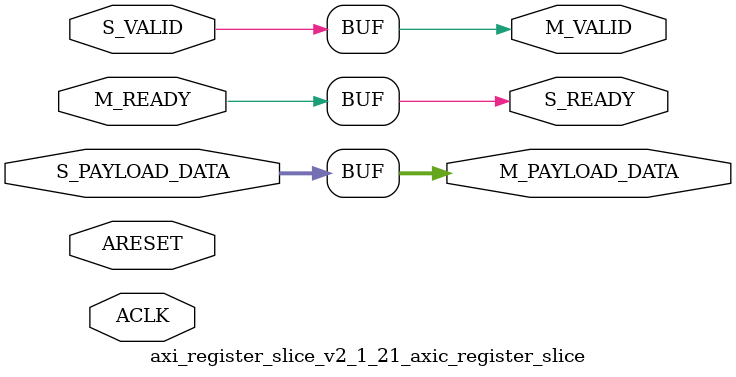
<source format=v>

/*
* @File name: axi_register_slice_v2_1_21_axic_register_slice
* @Author: Ruige Lee
* @Email: wut.ruigeli@gmail.com
* @Date:   2021-03-09 10:54:17
* @Last Modified by:   Ruige Lee
* @Last Modified time: 2021-03-09 10:57:05
*/



`timescale 1ps/1ps

module axi_register_slice_v2_1_21_axic_register_slice #
  (
   parameter C_FAMILY     = "virtex6",
   parameter C_DATA_WIDTH = 32,
   parameter C_REG_CONFIG = 32'h00000000
   // C_REG_CONFIG:
   //   0 => BYPASS    = The channel is just wired through the module.
   //   1 => FWD_REV   = Both FWD and REV (fully-registered)
   //   2 => FWD       = The master VALID and payload signals are registrated. 
   //   3 => REV       = The slave ready signal is registrated
   //   4 => RESERVED (all outputs driven to 0).
   //   5 => RESERVED (all outputs driven to 0).
   //   6 => INPUTS    = Slave and Master side inputs are registrated.
   //   7 => LIGHT_WT  = 1-stage pipeline register with bubble cycle, both FWD and REV pipelining
   //   9 => SI/MI_REG = Source side completely registered (including S_VALID input)
   )
  (
   // System Signals
   input wire ACLK,
   input wire ARESET,

   // Slave side
   input  wire [C_DATA_WIDTH-1:0] S_PAYLOAD_DATA,
   input  wire S_VALID,
   output wire S_READY,

   // Master side
   output  wire [C_DATA_WIDTH-1:0] M_PAYLOAD_DATA,
   output wire M_VALID,
   input  wire M_READY
   );


  generate
  ////////////////////////////////////////////////////////////////////
  //
  // C_REG_CONFIG = 0
  // Bypass mode
  //
  ////////////////////////////////////////////////////////////////////
    if (C_REG_CONFIG == 32'h00000000) begin
      assign M_PAYLOAD_DATA = S_PAYLOAD_DATA;
      assign M_VALID        = S_VALID;
      assign S_READY        = M_READY;      
    end
    
  ////////////////////////////////////////////////////////////////////
  //
  // C_REG_CONFIG = 9
  // Source (SI) interface completely registered
  //
  ////////////////////////////////////////////////////////////////////
      
    else if (C_REG_CONFIG == 32'h00000009) begin
      reg [C_DATA_WIDTH-1:0] s_payload_d;
      wire [C_DATA_WIDTH-1:0] srl_out;
      reg s_ready_i = 1'b0;
      reg m_valid_i = 1'b0;
      reg payld_sel;
      reg push;
      reg pop;
      wire s_handshake_d;
      reg s_valid_d;
      reg s_ready_d = 1'b0;
      reg s_ready_reg = 1'b0;
      reg [2:0] fifoaddr = 3'b110;
      
      reg areset_d = 1'b0;
      always @(posedge ACLK) begin
        areset_d <= ARESET;
      end
      
      assign s_handshake_d = s_valid_d & s_ready_d;

      always @ * begin
        case (fifoaddr)
          3'b111: begin  // EMPTY: No payload in SRL; pre-assert m_ready
            s_ready_i = 1'b1;
            payld_sel = 1'b0;
            pop = 1'b0;
            case ({s_handshake_d, M_READY}) 
              2'b00, 2'b01: begin  // Idle
                m_valid_i = 1'b0;
                push = 1'b0;
              end
              2'b10: begin  // Payload received
                m_valid_i = 1'b1;
                push = 1'b1;
              end
              2'b11: begin  // Payload received and read out combinatorially
                m_valid_i = 1'b1;
                push = 1'b0;
              end
            endcase
          end

          3'b000: begin  // 1 payload item in SRL
            m_valid_i = 1'b1;
            payld_sel = 1'b1;
            case ({s_handshake_d, M_READY}) 
              2'b00: begin  // Idle
                s_ready_i = 1'b1;
                push = 1'b0;
                pop = 1'b0;
              end
              2'b01: begin  // Pop
                s_ready_i = 1'b1;
                push = 1'b0;
                pop = 1'b1;
              end
              2'b10: begin  // Push
                s_ready_i = 1'b0;  // Doesn't de-assert on SI until next cycle
                push = 1'b1;
                pop = 1'b0;
              end
              2'b11: begin  // Push and Pop
                s_ready_i = 1'b1;
                push = 1'b1;
                pop = 1'b1;
              end
            endcase
          end

          3'b001: begin  // 2 payload items in SRL
            m_valid_i = 1'b1;
            payld_sel = 1'b1;
            case ({s_handshake_d, M_READY}) 
              2'b00: begin  // Idle
                s_ready_i = 1'b0;
                push = 1'b0;
                pop = 1'b0;
              end
              2'b01: begin  // Pop
                s_ready_i = 1'b1;
                push = 1'b0;
                pop = 1'b1;
              end
              2'b10: begin  // Push (Handshake completes on SI while pushing 2nd item into SRL)
                s_ready_i = 1'b0;
                push = 1'b1;
                pop = 1'b0;
              end
              2'b11: begin  // Push and Pop
                s_ready_i = 1'b0;
                push = 1'b1;
                pop = 1'b1;
              end
            endcase
          end

          3'b010: begin  // 3 payload items in SRL
            m_valid_i = 1'b1;
            s_ready_i = 1'b0;
            payld_sel = 1'b1;
            push = 1'b0;
            if (M_READY) begin  // Handshake cannot complete on SI
              pop = 1'b1;
            end else begin
              pop = 1'b0;
            end
          end

          default: begin  // RESET state (fifoaddr = 3'b110)
            m_valid_i = 1'b0;
            s_ready_i = 1'b0;
            payld_sel = 1'b0;
            push = 1'b1;  // Advance to Empty state
            pop = 1'b0;
          end  // RESET
        endcase
      end

      always @(posedge ACLK) begin
        if (areset_d) begin
          fifoaddr <= 3'b110;
          s_ready_reg <= 1'b0;
          s_ready_d <= 1'b0;
        end else begin
          s_ready_reg <= s_ready_i;
          s_ready_d <= s_ready_reg;
          if (push & ~pop) begin
            fifoaddr <= fifoaddr + 1;
          end else if (~push & pop) begin
            fifoaddr <= fifoaddr - 1;
          end
        end
      end

      always @(posedge ACLK) begin
        s_valid_d <= S_VALID;
        s_payload_d <= S_PAYLOAD_DATA;
      end

      assign S_READY = s_ready_reg;
      assign M_VALID = m_valid_i;
      assign M_PAYLOAD_DATA = payld_sel ? srl_out : s_payload_d;

    //---------------------------------------------------------------------------
    // Instantiate SRLs
    //---------------------------------------------------------------------------
      genvar i;
      for (i=0;i<C_DATA_WIDTH;i=i+1) begin : gen_srls
        axi_register_slice_v2_1_21_srl_rtl #
          (
           .C_A_WIDTH (2)
          )
          srl_nx1
          (
           .clk (ACLK),
           .a   (fifoaddr[1:0]),
           .ce  (push),
           .d   (s_payload_d[i]),
           .q   (srl_out[i])
          );
      end      
    end 
        
        
  ////////////////////////////////////////////////////////////////////
  //
  // C_REG_CONFIG = 1 (or 8)
  // Both FWD and REV mode
  //
  ////////////////////////////////////////////////////////////////////
    else if ((C_REG_CONFIG == 32'h00000001) || (C_REG_CONFIG == 32'h00000008)) begin
      reg [C_DATA_WIDTH-1:0] m_payload_i;
      reg [C_DATA_WIDTH-1:0] skid_buffer;
      reg                    s_ready_i = 1'b0; 
      reg                    m_valid_i = 1'b0;

      assign S_READY = s_ready_i;
      assign M_VALID = m_valid_i;
      assign M_PAYLOAD_DATA = m_payload_i;

      reg [1:0] aresetn_d = 2'b00; // Reset delay shifter
      always @(posedge ACLK) begin
        if (ARESET) begin
          aresetn_d <= 2'b00;
        end else begin
          aresetn_d <= {aresetn_d[0], ~ARESET};
        end
      end
      
      always @(posedge ACLK) begin
        if (~aresetn_d[0]) begin
          s_ready_i <= 1'b0;
        end else begin
          s_ready_i <= M_READY | ~m_valid_i | (s_ready_i & ~S_VALID);
        end
        
        if (~aresetn_d[1]) begin
          m_valid_i <= 1'b0;
        end else begin
          m_valid_i <= S_VALID | ~s_ready_i | (m_valid_i & ~M_READY);
        end
        
        if (M_READY | ~m_valid_i) begin
          m_payload_i <= s_ready_i ? S_PAYLOAD_DATA : skid_buffer;
        end
        
        if (s_ready_i) begin
          skid_buffer <= S_PAYLOAD_DATA;
        end
      end

    end // if (C_REG_CONFIG == 1)
    
    
  ////////////////////////////////////////////////////////////////////
  //
  // C_REG_CONFIG = 2
  // Only FWD mode
  //
  ////////////////////////////////////////////////////////////////////
    else if (C_REG_CONFIG == 32'h00000002)
    begin
      reg [C_DATA_WIDTH-1:0] storage_data;
      wire                   s_ready_i; //local signal of output
      reg                    m_valid_i = 1'b0; //local signal of output

      // assign local signal to its output signal
      assign S_READY = s_ready_i;
      assign M_VALID = m_valid_i;

      reg aresetn_d = 1'b0; // Reset delay register
      always @(posedge ACLK) begin
        if (ARESET) begin
          aresetn_d <= 1'b0;
        end else begin
          aresetn_d <= ~ARESET;
        end
      end
      
      // Save payload data whenever we have a transaction on the slave side
      always @(posedge ACLK) 
      begin
        if (S_VALID & s_ready_i)
          storage_data <= S_PAYLOAD_DATA;
      end

      assign M_PAYLOAD_DATA = storage_data;
      
      // M_Valid set to high when we have a completed transfer on slave side
      // Is removed on a M_READY except if we have a new transfer on the slave side
      always @(posedge ACLK) 
      begin
        if (~aresetn_d) 
          m_valid_i <= 1'b0;
        else
          if (S_VALID) // Always set m_valid_i when slave side is valid
            m_valid_i <= 1'b1;
          else
            if (M_READY) // Clear (or keep) when no slave side is valid but master side is ready
              m_valid_i <= 1'b0;
      end // always @ (posedge ACLK)
      
      // Slave Ready is either when Master side drives M_Ready or we have space in our storage data
      assign s_ready_i = (M_READY | ~m_valid_i) & aresetn_d;

    end // if (C_REG_CONFIG == 2)
  ////////////////////////////////////////////////////////////////////
  //
  // C_REG_CONFIG = 3
  // Only REV mode
  //
  ////////////////////////////////////////////////////////////////////
    else if (C_REG_CONFIG == 32'h00000003)
    begin
      reg [C_DATA_WIDTH-1:0] storage_data;
      reg                    s_ready_i = 1'b0; //local signal of output
      reg                    has_valid_storage_i;
      reg                    has_valid_storage;

      reg [1:0] aresetn_d = 2'b00; // Reset delay register
      always @(posedge ACLK) begin
        if (ARESET) begin
          aresetn_d <= 2'b00;
        end else begin
          aresetn_d <= {aresetn_d[0], ~ARESET};
        end
      end
      
      // Save payload data whenever we have a transaction on the slave side
      always @(posedge ACLK) 
      begin
        if (S_VALID & s_ready_i)
          storage_data <= S_PAYLOAD_DATA;
      end

      assign M_PAYLOAD_DATA = has_valid_storage?storage_data:S_PAYLOAD_DATA;

      // Need to determine when we need to save a payload
      // Need a combinatorial signals since it will also effect S_READY
      always @ *
      begin
        // Set the value if we have a slave transaction but master side is not ready
        if (S_VALID & s_ready_i & ~M_READY)
          has_valid_storage_i = 1'b1;
        
        // Clear the value if it's set and Master side completes the transaction but we don't have a new slave side 
        // transaction 
        else if ( (has_valid_storage == 1) && (M_READY == 1) && ( (S_VALID == 0) || (s_ready_i == 0)))
          has_valid_storage_i = 1'b0;
        else
          has_valid_storage_i = has_valid_storage;
      end // always @ *

      always @(posedge ACLK) 
      begin
        if (~aresetn_d[0]) 
          has_valid_storage <= 1'b0;
        else
          has_valid_storage <= has_valid_storage_i;
      end

      // S_READY is either clocked M_READY or that we have room in local storage
      always @(posedge ACLK) 
      begin
        if (~aresetn_d[0]) 
          s_ready_i <= 1'b0;
        else
          s_ready_i <= M_READY | ~has_valid_storage_i;
      end

      // assign local signal to its output signal
      assign S_READY = s_ready_i;

      // M_READY is either combinatorial S_READY or that we have valid data in local storage
      assign M_VALID = (S_VALID | has_valid_storage) & aresetn_d[1];
      
    end // if (C_REG_CONFIG == 3)
    
  ////////////////////////////////////////////////////////////////////
  //
  // C_REG_CONFIG = 4 or 5 is NO LONGER SUPPORTED
  //
  ////////////////////////////////////////////////////////////////////
    else if ((C_REG_CONFIG == 32'h00000004) || (C_REG_CONFIG == 32'h00000005))
    begin
// synthesis translate_off
      initial begin  
        $display ("ERROR: For axi_register_slice, C_REG_CONFIG = 4 or 5 is RESERVED.");
      end
// synthesis translate_on
      assign M_PAYLOAD_DATA = 0;
      assign M_VALID        = 1'b0;
      assign S_READY        = 1'b0;    
    end  

  ////////////////////////////////////////////////////////////////////
  //
  // C_REG_CONFIG = 6
  // INPUTS mode
  //
  ////////////////////////////////////////////////////////////////////
    else if (C_REG_CONFIG == 32'h00000006)
    begin
      localparam [1:0] 
        ZERO = 2'b00,
        ONE  = 2'b01,
        TWO  = 2'b11;
      reg [1:0] state = ZERO;
      reg [1:0] next_state;

      reg [C_DATA_WIDTH-1:0] storage_data1;
      reg [C_DATA_WIDTH-1:0] storage_data2;
      reg                    s_valid_d = 1'b0;
      reg                    s_ready_d = 1'b0;
      reg                    m_ready_d = 1'b0;
      reg                    m_valid_d = 1'b0;
      reg                    load_s2;
      reg                    sel_s2;
      wire                   new_access;
      wire                   access_done;
      wire                   s_ready_i; //local signal of output
      reg                    s_ready_ii;
      reg                    m_valid_i; //local signal of output
      
      reg [1:0] aresetn_d = 2'b00; // Reset delay register
      always @(posedge ACLK) begin
        if (ARESET) begin
          aresetn_d <= 2'b00;
        end else begin
          aresetn_d <= {aresetn_d[0], ~ARESET};
        end
      end
      
      // assign local signal to its output signal
      assign S_READY = s_ready_i;
      assign M_VALID = m_valid_i;
      assign s_ready_i = s_ready_ii & aresetn_d[1];

      // Registrate input control signals
      always @(posedge ACLK) 
      begin
        if (~aresetn_d[0]) begin          
          s_valid_d <= 1'b0;
          s_ready_d <= 1'b0;
          m_ready_d <= 1'b0;
        end else begin
          s_valid_d <= S_VALID;
          s_ready_d <= s_ready_i;
          m_ready_d <= M_READY;
        end
      end // always @ (posedge ACLK)

      // Load storage1 with slave side payload data when slave side ready is high
      always @(posedge ACLK) 
      begin
        if (s_ready_i)
          storage_data1 <= S_PAYLOAD_DATA;          
      end

      // Load storage2 with storage data 
      always @(posedge ACLK) 
      begin
        if (load_s2)
          storage_data2 <= storage_data1;
      end

      always @(posedge ACLK) 
      begin
        if (~aresetn_d[0]) 
          m_valid_d <= 1'b0;
        else 
          m_valid_d <= m_valid_i;
      end

      // Local help signals
      assign new_access  = s_ready_d & s_valid_d;
      assign access_done = m_ready_d & m_valid_d;


      // State Machine for handling output signals
      always @*
      begin
        next_state = state; // Stay in the same state unless we need to move to another state
        load_s2   = 0;
        sel_s2    = 0;
        m_valid_i = 0;
        s_ready_ii = 0;
        case (state)
            // No transaction stored locally
            ZERO: begin
              load_s2   = 0;
              sel_s2    = 0;
              m_valid_i = 0;
              s_ready_ii = 1;
              if (new_access) begin
                next_state = ONE; // Got one so move to ONE
                load_s2   = 1;
                m_valid_i = 0;
              end
              else begin
                next_state = next_state;
                load_s2   = load_s2;
                m_valid_i = m_valid_i;
              end

            end // case: ZERO

            // One transaction stored locally
            ONE: begin
              load_s2   = 0;
              sel_s2    = 1;
              m_valid_i = 1;
              s_ready_ii = 1;
              if (~new_access & access_done) begin
                next_state = ZERO; // Read out one so move to ZERO
                m_valid_i = 0;                      
              end
              else if (new_access & ~access_done) begin
                next_state = TWO;  // Got another one so move to TWO
                s_ready_ii = 0;
              end
              else if (new_access & access_done) begin
                load_s2   = 1;
                sel_s2    = 0;
              end
              else begin
                load_s2   = load_s2;
                sel_s2    = sel_s2;
              end


            end // case: ONE

            // TWO transaction stored locally
            TWO: begin
              load_s2   = 0;
              sel_s2    = 1;
              m_valid_i = 1;
              s_ready_ii = 0;
              if (access_done) begin 
                next_state = ONE; // Read out one so move to ONE
                s_ready_ii  = 1;
                load_s2    = 1;
                sel_s2     = 0;
              end
              else begin
                next_state = next_state;
                s_ready_ii  = s_ready_ii;
                load_s2    = load_s2;
                sel_s2     = sel_s2;
              end
            end // case: TWO
        endcase // case (state)
      end // always @ *


      // State Machine for handling output signals
      always @(posedge ACLK) 
      begin
        if (~aresetn_d[0]) 
          state <= ZERO;
        else
          state <= next_state; // Stay in the same state unless we need to move to another state
      end
      
      // Master Payload mux
      assign M_PAYLOAD_DATA = sel_s2?storage_data2:storage_data1;

    end // if (C_REG_CONFIG == 6)
  ////////////////////////////////////////////////////////////////////
  //
  // C_REG_CONFIG = 7
  // Light-weight mode.
  // 1-stage pipeline register with bubble cycle, both FWD and REV pipelining
  // Operates same as 1-deep FIFO
  //
  ////////////////////////////////////////////////////////////////////
    else if (C_REG_CONFIG == 32'h00000007) begin
      reg [C_DATA_WIDTH-1:0] m_payload_i;
      reg                    s_ready_i = 1'b0; 
      reg                    m_valid_i = 1'b0;

      assign S_READY = s_ready_i;
      assign M_VALID = m_valid_i;
      assign M_PAYLOAD_DATA = m_payload_i;

      reg [1:0] aresetn_d = 2'b00; // Reset delay shifter
      always @(posedge ACLK) begin
        if (ARESET) begin
          aresetn_d <= 2'b00;
        end else begin
          aresetn_d <= {aresetn_d[0], ~ARESET};
        end
      end
      
      always @(posedge ACLK) begin
        if (~aresetn_d[0]) begin
          s_ready_i <= 1'b0;
        end else if (~aresetn_d[1]) begin
          s_ready_i <= 1'b1;
        end else begin
          s_ready_i <= m_valid_i ? M_READY : ~S_VALID;
        end
        
        if (~aresetn_d[1]) begin
          m_valid_i <= 1'b0;
        end else begin
          m_valid_i <= s_ready_i ? S_VALID : ~M_READY;
        end
        
        if (~m_valid_i) begin
          m_payload_i <= S_PAYLOAD_DATA;
        end
      end
      
    end // if (C_REG_CONFIG == 7)
    
    else begin : default_case
      // Passthrough
      assign M_PAYLOAD_DATA = S_PAYLOAD_DATA;
      assign M_VALID        = S_VALID;
      assign S_READY        = M_READY;      
    end

  endgenerate
endmodule // axic_register_slice

</source>
